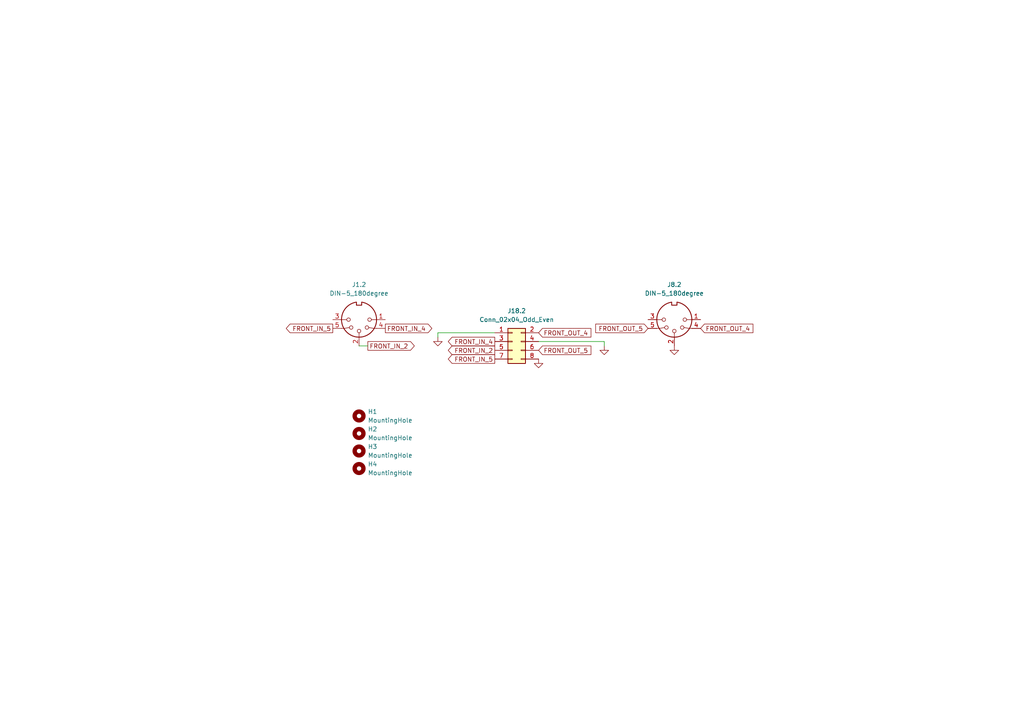
<source format=kicad_sch>
(kicad_sch (version 20211123) (generator eeschema)
  (paper "A4")
  (lib_symbols
    (symbol "Connector:DIN-5_180degree" (pin_names (offset 1.016))
      (property "Reference" "J" (at 3.175 5.715 0))
      (property "Value" "DIN-5_180degree" (at 0 -6.35 0))
      (symbol "DIN-5_180degree_0_1"
        (arc (start -5.08 0) (mid -3.8609 -3.3364) (end -0.762 -5.08) (stroke (width 0.254)))
        (circle (center -3.048 0) (radius 0.508))
        (circle (center -2.286 2.286) (radius 0.508))
        (polyline (pts (xy -5.08 0) (xy -3.556 0)))
        (polyline (pts (xy 0 5.08) (xy 0 3.81)))
        (polyline (pts (xy 5.08 0) (xy 3.556 0)))
        (polyline (pts (xy -5.08 2.54) (xy -4.318 2.54) (xy -2.794 2.286)))
        (polyline (pts (xy 5.08 2.54) (xy 4.318 2.54) (xy 2.794 2.286)))
        (polyline (pts (xy -0.762 -4.953) (xy -0.762 -4.191) (xy 0.762 -4.191) (xy 0.762 -4.953)) (stroke (width 0.254)))
        (circle (center 0 3.302) (radius 0.508))
        (arc (start 0.762 -5.08) (mid 3.8685 -3.343) (end 5.08 0) (stroke (width 0.254)))
        (circle (center 2.286 2.286) (radius 0.508))
        (circle (center 3.048 0) (radius 0.508))
        (arc (start 5.08 0) (mid 0 5.08) (end -5.08 0) (stroke (width 0.254)))
      )
      (symbol "DIN-5_180degree_1_1"
        (pin passive line (at -7.62 0 0) (length 2.54) (name "~") (number "1"))
        (pin passive line (at 0 7.62 270) (length 2.54) (name "~") (number "2"))
        (pin passive line (at 7.62 0 180) (length 2.54) (name "~") (number "3"))
        (pin passive line (at -7.62 2.54 0) (length 2.54) (name "~") (number "4"))
        (pin passive line (at 7.62 2.54 180) (length 2.54) (name "~") (number "5"))
      )
    )
    (symbol "Connector_Generic:Conn_02x04_Odd_Even" (pin_names (offset 1.016) hide)
      (property "Reference" "J" (at 1.27 5.08 0))
      (property "Value" "Conn_02x04_Odd_Even" (at 1.27 -7.62 0))
      (symbol "Conn_02x04_Odd_Even_1_1"
        (rectangle (start -1.27 -4.953) (end 0 -5.207) (stroke (width 0.1524)))
        (rectangle (start -1.27 -2.413) (end 0 -2.667) (stroke (width 0.1524)))
        (rectangle (start -1.27 0.127) (end 0 -0.127) (stroke (width 0.1524)))
        (rectangle (start -1.27 2.667) (end 0 2.413) (stroke (width 0.1524)))
        (rectangle (start -1.27 3.81) (end 3.81 -6.35) (stroke (width 0.254)) (fill (type background)))
        (rectangle (start 3.81 -4.953) (end 2.54 -5.207) (stroke (width 0.1524)))
        (rectangle (start 3.81 -2.413) (end 2.54 -2.667) (stroke (width 0.1524)))
        (rectangle (start 3.81 0.127) (end 2.54 -0.127) (stroke (width 0.1524)))
        (rectangle (start 3.81 2.667) (end 2.54 2.413) (stroke (width 0.1524)))
        (pin passive line (at -5.08 2.54 0) (length 3.81) (name "Pin_1") (number "1"))
        (pin passive line (at 7.62 2.54 180) (length 3.81) (name "Pin_2") (number "2"))
        (pin passive line (at -5.08 0 0) (length 3.81) (name "Pin_3") (number "3"))
        (pin passive line (at 7.62 0 180) (length 3.81) (name "Pin_4") (number "4"))
        (pin passive line (at -5.08 -2.54 0) (length 3.81) (name "Pin_5") (number "5"))
        (pin passive line (at 7.62 -2.54 180) (length 3.81) (name "Pin_6") (number "6"))
        (pin passive line (at -5.08 -5.08 0) (length 3.81) (name "Pin_7") (number "7"))
        (pin passive line (at 7.62 -5.08 180) (length 3.81) (name "Pin_8") (number "8"))
      )
    )
    (symbol "Mechanical:MountingHole" (pin_names (offset 1.016))
      (property "Reference" "H" (at 0 5.08 0))
      (property "Value" "MountingHole" (at 0 3.175 0))
      (symbol "MountingHole_0_1"
        (circle (center 0 0) (radius 1.27) (stroke (width 1.27)))
      )
    )
    (symbol "power:GND" (power) (pin_names (offset 0))
      (property "Value" "GND" (at 0 -3.81 0))
      (symbol "GND_0_1"
        (polyline (pts (xy 0 0) (xy 0 -1.27) (xy 1.27 -1.27) (xy 0 -2.54) (xy -1.27 -1.27) (xy 0 -1.27)))
      )
      (symbol "GND_1_1"
        (pin power_in line (at 0 0 270) (length 0) hide (name "GND") (number "1"))
      )
    )
  )
  (wire (pts (xy 175.26 99.06) (xy 175.26 100.33)))
  (wire (pts (xy 104.14 100.33) (xy 106.68 100.33)))
  (wire (pts (xy 127 96.52) (xy 127 97.79)))
  (wire (pts (xy 156.21 99.06) (xy 175.26 99.06)))
  (wire (pts (xy 143.51 96.52) (xy 127 96.52)))
  (global_label "FRONT_IN_5" (shape output) (at 143.51 104.14 180) (property "Intersheet References" "${INTERSHEET_REFS}" (effects hide)))
  (global_label "FRONT_OUT_5" (shape input) (at 156.21 101.6 0) (property "Intersheet References" "${INTERSHEET_REFS}" (effects hide)))
  (global_label "FRONT_OUT_4" (shape input) (at 156.21 96.52 0) (property "Intersheet References" "${INTERSHEET_REFS}" (effects hide)))
  (global_label "FRONT_IN_2" (shape output) (at 143.51 101.6 180) (property "Intersheet References" "${INTERSHEET_REFS}" (effects hide)))
  (global_label "FRONT_OUT_4" (shape input) (at 203.2 95.25 0) (property "Intersheet References" "${INTERSHEET_REFS}" (effects hide)))
  (global_label "FRONT_OUT_5" (shape input) (at 187.96 95.25 180) (property "Intersheet References" "${INTERSHEET_REFS}" (effects hide)))
  (global_label "FRONT_IN_4" (shape output) (at 143.51 99.06 180) (property "Intersheet References" "${INTERSHEET_REFS}" (effects hide)))
  (global_label "FRONT_IN_2" (shape output) (at 106.68 100.33 0) (property "Intersheet References" "${INTERSHEET_REFS}" (effects hide)))
  (global_label "FRONT_IN_5" (shape output) (at 96.52 95.25 180) (property "Intersheet References" "${INTERSHEET_REFS}" (effects hide)))
  (global_label "FRONT_IN_4" (shape output) (at 111.76 95.25 0) (property "Intersheet References" "${INTERSHEET_REFS}" (effects hide)))
  (symbol (lib_id "Mechanical:MountingHole") (at 104.14 125.73 0) (unit 1)
    (property "Reference" "H2" (at 106.68 124.4599 0) (effects (justify left)))
    (property "Value" "MountingHole" (at 106.68 126.9999 0) (effects (justify left)))
    (property "Footprint" "MountingHole:MountingHole_3.2mm_M3" (effects hide))
  )
  (symbol (lib_id "power:GND") (at 195.58 100.33 0) (unit 1)
    (property "Reference" "#PWR0101" (effects hide))
    (property "Value" "GND" (effects hide))
  )
  (symbol (lib_id "Mechanical:MountingHole") (at 104.14 135.89 0) (unit 1)
    (property "Reference" "H4" (at 106.68 134.6199 0) (effects (justify left)))
    (property "Value" "MountingHole" (at 106.68 137.1599 0) (effects (justify left)))
    (property "Footprint" "MountingHole:MountingHole_3.2mm_M3" (effects hide))
  )
  (symbol (lib_id "Connector_Generic:Conn_02x04_Odd_Even") (at 148.59 99.06 0) (unit 1)
    (property "Reference" "J18.2" (at 149.86 90.17 0))
    (property "Value" "Conn_02x04_Odd_Even" (at 149.86 92.71 0))
    (property "Footprint" "Connector_IDC:IDC-Header_2x04_P2.54mm_Vertical" (effects hide))
  )
  (symbol (lib_id "power:GND") (at 175.26 100.33 0) (unit 1)
    (property "Reference" "#PWR0102" (effects hide))
    (property "Value" "GND" (effects hide))
  )
  (symbol (lib_id "power:GND") (at 127 97.79 0) (unit 1)
    (property "Reference" "#PWR0103" (effects hide))
    (property "Value" "GND" (effects hide))
  )
  (symbol (lib_id "Mechanical:MountingHole") (at 104.14 120.65 0) (unit 1)
    (property "Reference" "H1" (at 106.68 119.3799 0) (effects (justify left)))
    (property "Value" "MountingHole" (at 106.68 121.9199 0) (effects (justify left)))
    (property "Footprint" "MountingHole:MountingHole_3.2mm_M3" (effects hide))
  )
  (symbol (lib_id "Connector:DIN-5_180degree") (at 104.14 92.71 180) (unit 1)
    (property "Reference" "J1.2" (at 104.1399 82.55 0))
    (property "Value" "DIN-5_180degree" (at 104.1399 85.09 0))
    (property "Footprint" "lib:DIN5MIDI-OOTDTY" (effects hide))
    (property "Datasheet" "http://www.mouser.com/ds/2/18/40_c091_abd_e-75918.pdf" (effects hide))
  )
  (symbol (lib_id "Mechanical:MountingHole") (at 104.14 130.81 0) (unit 1)
    (property "Reference" "H3" (at 106.68 129.5399 0) (effects (justify left)))
    (property "Value" "MountingHole" (at 106.68 132.0799 0) (effects (justify left)))
    (property "Footprint" "MountingHole:MountingHole_3.2mm_M3" (effects hide))
  )
  (symbol (lib_id "Connector:DIN-5_180degree") (at 195.58 92.71 180) (unit 1)
    (property "Reference" "J8.2" (at 195.5799 82.55 0))
    (property "Value" "DIN-5_180degree" (at 195.5799 85.09 0))
    (property "Footprint" "lib:DIN5MIDI-OOTDTY" (effects hide))
    (property "Datasheet" "http://www.mouser.com/ds/2/18/40_c091_abd_e-75918.pdf" (effects hide))
  )
  (symbol (lib_id "power:GND") (at 156.21 104.14 0) (unit 1)
    (property "Reference" "#PWR0104" (effects hide))
    (property "Value" "GND" (effects hide))
  )
)
</source>
